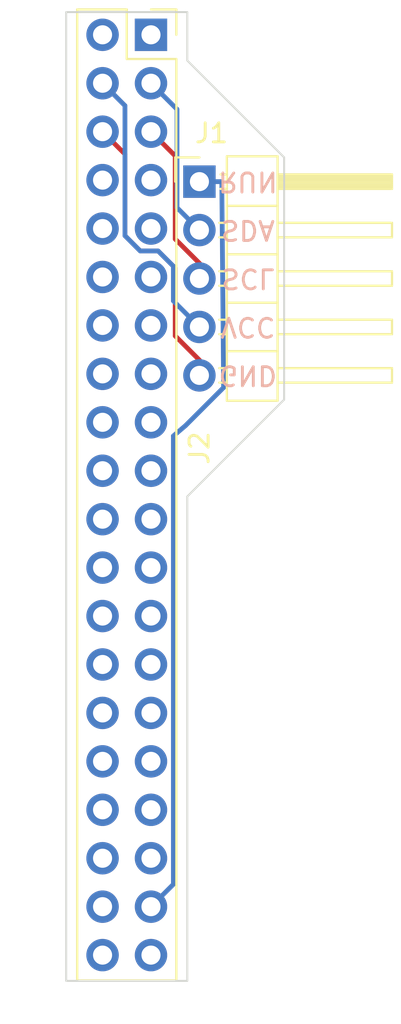
<source format=kicad_pcb>
(kicad_pcb (version 20171130) (host pcbnew 5.1.5)

  (general
    (thickness 1.6)
    (drawings 13)
    (tracks 33)
    (zones 0)
    (modules 2)
    (nets 41)
  )

  (page A4)
  (layers
    (0 F.Cu signal)
    (31 B.Cu signal)
    (32 B.Adhes user)
    (33 F.Adhes user)
    (34 B.Paste user)
    (35 F.Paste user)
    (36 B.SilkS user)
    (37 F.SilkS user)
    (38 B.Mask user)
    (39 F.Mask user)
    (40 Dwgs.User user)
    (41 Cmts.User user)
    (42 Eco1.User user)
    (43 Eco2.User user)
    (44 Edge.Cuts user)
    (45 Margin user)
    (46 B.CrtYd user)
    (47 F.CrtYd user)
    (48 B.Fab user)
    (49 F.Fab user)
  )

  (setup
    (last_trace_width 0.25)
    (trace_clearance 0.2)
    (zone_clearance 0.508)
    (zone_45_only no)
    (trace_min 0.2)
    (via_size 0.8)
    (via_drill 0.4)
    (via_min_size 0.4)
    (via_min_drill 0.3)
    (uvia_size 0.3)
    (uvia_drill 0.1)
    (uvias_allowed no)
    (uvia_min_size 0.2)
    (uvia_min_drill 0.1)
    (edge_width 0.05)
    (segment_width 0.2)
    (pcb_text_width 0.3)
    (pcb_text_size 1.5 1.5)
    (mod_edge_width 0.12)
    (mod_text_size 1 1)
    (mod_text_width 0.15)
    (pad_size 1.524 1.524)
    (pad_drill 0.762)
    (pad_to_mask_clearance 0.051)
    (solder_mask_min_width 0.25)
    (aux_axis_origin 0 0)
    (visible_elements FFFFFF7F)
    (pcbplotparams
      (layerselection 0x010fc_ffffffff)
      (usegerberextensions false)
      (usegerberattributes false)
      (usegerberadvancedattributes false)
      (creategerberjobfile false)
      (excludeedgelayer true)
      (linewidth 0.100000)
      (plotframeref false)
      (viasonmask false)
      (mode 1)
      (useauxorigin false)
      (hpglpennumber 1)
      (hpglpenspeed 20)
      (hpglpendiameter 15.000000)
      (psnegative false)
      (psa4output false)
      (plotreference true)
      (plotvalue true)
      (plotinvisibletext false)
      (padsonsilk false)
      (subtractmaskfromsilk false)
      (outputformat 1)
      (mirror false)
      (drillshape 1)
      (scaleselection 1)
      (outputdirectory ""))
  )

  (net 0 "")
  (net 1 Pi_Running)
  (net 2 SDA)
  (net 3 SCL)
  (net 4 VCC_Pi)
  (net 5 GND)
  (net 6 "Net-(J2-Pad1)")
  (net 7 "Net-(J2-Pad2)")
  (net 8 "Net-(J2-Pad7)")
  (net 9 "Net-(J2-Pad8)")
  (net 10 "Net-(J2-Pad9)")
  (net 11 "Net-(J2-Pad10)")
  (net 12 "Net-(J2-Pad11)")
  (net 13 "Net-(J2-Pad12)")
  (net 14 "Net-(J2-Pad13)")
  (net 15 "Net-(J2-Pad14)")
  (net 16 "Net-(J2-Pad15)")
  (net 17 "Net-(J2-Pad16)")
  (net 18 "Net-(J2-Pad17)")
  (net 19 "Net-(J2-Pad18)")
  (net 20 "Net-(J2-Pad19)")
  (net 21 "Net-(J2-Pad20)")
  (net 22 "Net-(J2-Pad21)")
  (net 23 "Net-(J2-Pad22)")
  (net 24 "Net-(J2-Pad23)")
  (net 25 "Net-(J2-Pad24)")
  (net 26 "Net-(J2-Pad25)")
  (net 27 "Net-(J2-Pad26)")
  (net 28 "Net-(J2-Pad27)")
  (net 29 "Net-(J2-Pad28)")
  (net 30 "Net-(J2-Pad29)")
  (net 31 "Net-(J2-Pad30)")
  (net 32 "Net-(J2-Pad31)")
  (net 33 "Net-(J2-Pad32)")
  (net 34 "Net-(J2-Pad33)")
  (net 35 "Net-(J2-Pad34)")
  (net 36 "Net-(J2-Pad35)")
  (net 37 "Net-(J2-Pad36)")
  (net 38 "Net-(J2-Pad38)")
  (net 39 "Net-(J2-Pad39)")
  (net 40 "Net-(J2-Pad40)")

  (net_class Default "Dies ist die voreingestellte Netzklasse."
    (clearance 0.2)
    (trace_width 0.25)
    (via_dia 0.8)
    (via_drill 0.4)
    (uvia_dia 0.3)
    (uvia_drill 0.1)
    (add_net GND)
    (add_net "Net-(J2-Pad1)")
    (add_net "Net-(J2-Pad10)")
    (add_net "Net-(J2-Pad11)")
    (add_net "Net-(J2-Pad12)")
    (add_net "Net-(J2-Pad13)")
    (add_net "Net-(J2-Pad14)")
    (add_net "Net-(J2-Pad15)")
    (add_net "Net-(J2-Pad16)")
    (add_net "Net-(J2-Pad17)")
    (add_net "Net-(J2-Pad18)")
    (add_net "Net-(J2-Pad19)")
    (add_net "Net-(J2-Pad2)")
    (add_net "Net-(J2-Pad20)")
    (add_net "Net-(J2-Pad21)")
    (add_net "Net-(J2-Pad22)")
    (add_net "Net-(J2-Pad23)")
    (add_net "Net-(J2-Pad24)")
    (add_net "Net-(J2-Pad25)")
    (add_net "Net-(J2-Pad26)")
    (add_net "Net-(J2-Pad27)")
    (add_net "Net-(J2-Pad28)")
    (add_net "Net-(J2-Pad29)")
    (add_net "Net-(J2-Pad30)")
    (add_net "Net-(J2-Pad31)")
    (add_net "Net-(J2-Pad32)")
    (add_net "Net-(J2-Pad33)")
    (add_net "Net-(J2-Pad34)")
    (add_net "Net-(J2-Pad35)")
    (add_net "Net-(J2-Pad36)")
    (add_net "Net-(J2-Pad38)")
    (add_net "Net-(J2-Pad39)")
    (add_net "Net-(J2-Pad40)")
    (add_net "Net-(J2-Pad7)")
    (add_net "Net-(J2-Pad8)")
    (add_net "Net-(J2-Pad9)")
    (add_net Pi_Running)
    (add_net SCL)
    (add_net SDA)
    (add_net VCC_Pi)
  )

  (module Connector_PinHeader_2.54mm:PinHeader_1x05_P2.54mm_Horizontal (layer F.Cu) (tedit 59FED5CB) (tstamp 5DD88CF7)
    (at 31.75 27.94)
    (descr "Through hole angled pin header, 1x05, 2.54mm pitch, 6mm pin length, single row")
    (tags "Through hole angled pin header THT 1x05 2.54mm single row")
    (path /5DD8D84A)
    (fp_text reference J1 (at 0.635 -2.54) (layer F.SilkS)
      (effects (font (size 1 1) (thickness 0.15)))
    )
    (fp_text value Conn_Pi (at 4.385 12.43) (layer F.Fab)
      (effects (font (size 1 1) (thickness 0.15)))
    )
    (fp_line (start 2.135 -1.27) (end 4.04 -1.27) (layer F.Fab) (width 0.1))
    (fp_line (start 4.04 -1.27) (end 4.04 11.43) (layer F.Fab) (width 0.1))
    (fp_line (start 4.04 11.43) (end 1.5 11.43) (layer F.Fab) (width 0.1))
    (fp_line (start 1.5 11.43) (end 1.5 -0.635) (layer F.Fab) (width 0.1))
    (fp_line (start 1.5 -0.635) (end 2.135 -1.27) (layer F.Fab) (width 0.1))
    (fp_line (start -0.32 -0.32) (end 1.5 -0.32) (layer F.Fab) (width 0.1))
    (fp_line (start -0.32 -0.32) (end -0.32 0.32) (layer F.Fab) (width 0.1))
    (fp_line (start -0.32 0.32) (end 1.5 0.32) (layer F.Fab) (width 0.1))
    (fp_line (start 4.04 -0.32) (end 10.04 -0.32) (layer F.Fab) (width 0.1))
    (fp_line (start 10.04 -0.32) (end 10.04 0.32) (layer F.Fab) (width 0.1))
    (fp_line (start 4.04 0.32) (end 10.04 0.32) (layer F.Fab) (width 0.1))
    (fp_line (start -0.32 2.22) (end 1.5 2.22) (layer F.Fab) (width 0.1))
    (fp_line (start -0.32 2.22) (end -0.32 2.86) (layer F.Fab) (width 0.1))
    (fp_line (start -0.32 2.86) (end 1.5 2.86) (layer F.Fab) (width 0.1))
    (fp_line (start 4.04 2.22) (end 10.04 2.22) (layer F.Fab) (width 0.1))
    (fp_line (start 10.04 2.22) (end 10.04 2.86) (layer F.Fab) (width 0.1))
    (fp_line (start 4.04 2.86) (end 10.04 2.86) (layer F.Fab) (width 0.1))
    (fp_line (start -0.32 4.76) (end 1.5 4.76) (layer F.Fab) (width 0.1))
    (fp_line (start -0.32 4.76) (end -0.32 5.4) (layer F.Fab) (width 0.1))
    (fp_line (start -0.32 5.4) (end 1.5 5.4) (layer F.Fab) (width 0.1))
    (fp_line (start 4.04 4.76) (end 10.04 4.76) (layer F.Fab) (width 0.1))
    (fp_line (start 10.04 4.76) (end 10.04 5.4) (layer F.Fab) (width 0.1))
    (fp_line (start 4.04 5.4) (end 10.04 5.4) (layer F.Fab) (width 0.1))
    (fp_line (start -0.32 7.3) (end 1.5 7.3) (layer F.Fab) (width 0.1))
    (fp_line (start -0.32 7.3) (end -0.32 7.94) (layer F.Fab) (width 0.1))
    (fp_line (start -0.32 7.94) (end 1.5 7.94) (layer F.Fab) (width 0.1))
    (fp_line (start 4.04 7.3) (end 10.04 7.3) (layer F.Fab) (width 0.1))
    (fp_line (start 10.04 7.3) (end 10.04 7.94) (layer F.Fab) (width 0.1))
    (fp_line (start 4.04 7.94) (end 10.04 7.94) (layer F.Fab) (width 0.1))
    (fp_line (start -0.32 9.84) (end 1.5 9.84) (layer F.Fab) (width 0.1))
    (fp_line (start -0.32 9.84) (end -0.32 10.48) (layer F.Fab) (width 0.1))
    (fp_line (start -0.32 10.48) (end 1.5 10.48) (layer F.Fab) (width 0.1))
    (fp_line (start 4.04 9.84) (end 10.04 9.84) (layer F.Fab) (width 0.1))
    (fp_line (start 10.04 9.84) (end 10.04 10.48) (layer F.Fab) (width 0.1))
    (fp_line (start 4.04 10.48) (end 10.04 10.48) (layer F.Fab) (width 0.1))
    (fp_line (start 1.44 -1.33) (end 1.44 11.49) (layer F.SilkS) (width 0.12))
    (fp_line (start 1.44 11.49) (end 4.1 11.49) (layer F.SilkS) (width 0.12))
    (fp_line (start 4.1 11.49) (end 4.1 -1.33) (layer F.SilkS) (width 0.12))
    (fp_line (start 4.1 -1.33) (end 1.44 -1.33) (layer F.SilkS) (width 0.12))
    (fp_line (start 4.1 -0.38) (end 10.1 -0.38) (layer F.SilkS) (width 0.12))
    (fp_line (start 10.1 -0.38) (end 10.1 0.38) (layer F.SilkS) (width 0.12))
    (fp_line (start 10.1 0.38) (end 4.1 0.38) (layer F.SilkS) (width 0.12))
    (fp_line (start 4.1 -0.32) (end 10.1 -0.32) (layer F.SilkS) (width 0.12))
    (fp_line (start 4.1 -0.2) (end 10.1 -0.2) (layer F.SilkS) (width 0.12))
    (fp_line (start 4.1 -0.08) (end 10.1 -0.08) (layer F.SilkS) (width 0.12))
    (fp_line (start 4.1 0.04) (end 10.1 0.04) (layer F.SilkS) (width 0.12))
    (fp_line (start 4.1 0.16) (end 10.1 0.16) (layer F.SilkS) (width 0.12))
    (fp_line (start 4.1 0.28) (end 10.1 0.28) (layer F.SilkS) (width 0.12))
    (fp_line (start 1.11 -0.38) (end 1.44 -0.38) (layer F.SilkS) (width 0.12))
    (fp_line (start 1.11 0.38) (end 1.44 0.38) (layer F.SilkS) (width 0.12))
    (fp_line (start 1.44 1.27) (end 4.1 1.27) (layer F.SilkS) (width 0.12))
    (fp_line (start 4.1 2.16) (end 10.1 2.16) (layer F.SilkS) (width 0.12))
    (fp_line (start 10.1 2.16) (end 10.1 2.92) (layer F.SilkS) (width 0.12))
    (fp_line (start 10.1 2.92) (end 4.1 2.92) (layer F.SilkS) (width 0.12))
    (fp_line (start 1.042929 2.16) (end 1.44 2.16) (layer F.SilkS) (width 0.12))
    (fp_line (start 1.042929 2.92) (end 1.44 2.92) (layer F.SilkS) (width 0.12))
    (fp_line (start 1.44 3.81) (end 4.1 3.81) (layer F.SilkS) (width 0.12))
    (fp_line (start 4.1 4.7) (end 10.1 4.7) (layer F.SilkS) (width 0.12))
    (fp_line (start 10.1 4.7) (end 10.1 5.46) (layer F.SilkS) (width 0.12))
    (fp_line (start 10.1 5.46) (end 4.1 5.46) (layer F.SilkS) (width 0.12))
    (fp_line (start 1.042929 4.7) (end 1.44 4.7) (layer F.SilkS) (width 0.12))
    (fp_line (start 1.042929 5.46) (end 1.44 5.46) (layer F.SilkS) (width 0.12))
    (fp_line (start 1.44 6.35) (end 4.1 6.35) (layer F.SilkS) (width 0.12))
    (fp_line (start 4.1 7.24) (end 10.1 7.24) (layer F.SilkS) (width 0.12))
    (fp_line (start 10.1 7.24) (end 10.1 8) (layer F.SilkS) (width 0.12))
    (fp_line (start 10.1 8) (end 4.1 8) (layer F.SilkS) (width 0.12))
    (fp_line (start 1.042929 7.24) (end 1.44 7.24) (layer F.SilkS) (width 0.12))
    (fp_line (start 1.042929 8) (end 1.44 8) (layer F.SilkS) (width 0.12))
    (fp_line (start 1.44 8.89) (end 4.1 8.89) (layer F.SilkS) (width 0.12))
    (fp_line (start 4.1 9.78) (end 10.1 9.78) (layer F.SilkS) (width 0.12))
    (fp_line (start 10.1 9.78) (end 10.1 10.54) (layer F.SilkS) (width 0.12))
    (fp_line (start 10.1 10.54) (end 4.1 10.54) (layer F.SilkS) (width 0.12))
    (fp_line (start 1.042929 9.78) (end 1.44 9.78) (layer F.SilkS) (width 0.12))
    (fp_line (start 1.042929 10.54) (end 1.44 10.54) (layer F.SilkS) (width 0.12))
    (fp_line (start -1.27 0) (end -1.27 -1.27) (layer F.SilkS) (width 0.12))
    (fp_line (start -1.27 -1.27) (end 0 -1.27) (layer F.SilkS) (width 0.12))
    (fp_line (start -1.8 -1.8) (end -1.8 11.95) (layer F.CrtYd) (width 0.05))
    (fp_line (start -1.8 11.95) (end 10.55 11.95) (layer F.CrtYd) (width 0.05))
    (fp_line (start 10.55 11.95) (end 10.55 -1.8) (layer F.CrtYd) (width 0.05))
    (fp_line (start 10.55 -1.8) (end -1.8 -1.8) (layer F.CrtYd) (width 0.05))
    (fp_text user %R (at 2.77 5.08 90) (layer F.Fab)
      (effects (font (size 1 1) (thickness 0.15)))
    )
    (pad 1 thru_hole rect (at 0 0) (size 1.7 1.7) (drill 1) (layers *.Cu *.Mask)
      (net 1 Pi_Running))
    (pad 2 thru_hole oval (at 0 2.54) (size 1.7 1.7) (drill 1) (layers *.Cu *.Mask)
      (net 2 SDA))
    (pad 3 thru_hole oval (at 0 5.08) (size 1.7 1.7) (drill 1) (layers *.Cu *.Mask)
      (net 3 SCL))
    (pad 4 thru_hole oval (at 0 7.62) (size 1.7 1.7) (drill 1) (layers *.Cu *.Mask)
      (net 4 VCC_Pi))
    (pad 5 thru_hole oval (at 0 10.16) (size 1.7 1.7) (drill 1) (layers *.Cu *.Mask)
      (net 5 GND))
    (model ${KISYS3DMOD}/Connector_PinHeader_2.54mm.3dshapes/PinHeader_1x05_P2.54mm_Horizontal.wrl
      (at (xyz 0 0 0))
      (scale (xyz 1 1 1))
      (rotate (xyz 0 0 0))
    )
  )

  (module Connector_PinSocket_2.54mm:PinSocket_2x20_P2.54mm_Vertical (layer F.Cu) (tedit 5A19A433) (tstamp 5DD89365)
    (at 29.21 20.240001)
    (descr "Through hole straight socket strip, 2x20, 2.54mm pitch, double cols (from Kicad 4.0.7), script generated")
    (tags "Through hole socket strip THT 2x20 2.54mm double row")
    (path /5DD8ED00)
    (fp_text reference J2 (at 2.54 21.669999 -90) (layer F.SilkS)
      (effects (font (size 1 1) (thickness 0.15)))
    )
    (fp_text value Raspberry_Pi_2_3 (at -1.27 51.03) (layer F.Fab)
      (effects (font (size 1 1) (thickness 0.15)))
    )
    (fp_line (start -3.81 -1.27) (end 0.27 -1.27) (layer F.Fab) (width 0.1))
    (fp_line (start 0.27 -1.27) (end 1.27 -0.27) (layer F.Fab) (width 0.1))
    (fp_line (start 1.27 -0.27) (end 1.27 49.53) (layer F.Fab) (width 0.1))
    (fp_line (start 1.27 49.53) (end -3.81 49.53) (layer F.Fab) (width 0.1))
    (fp_line (start -3.81 49.53) (end -3.81 -1.27) (layer F.Fab) (width 0.1))
    (fp_line (start -3.87 -1.33) (end -1.27 -1.33) (layer F.SilkS) (width 0.12))
    (fp_line (start -3.87 -1.33) (end -3.87 49.59) (layer F.SilkS) (width 0.12))
    (fp_line (start -3.87 49.59) (end 1.33 49.59) (layer F.SilkS) (width 0.12))
    (fp_line (start 1.33 1.27) (end 1.33 49.59) (layer F.SilkS) (width 0.12))
    (fp_line (start -1.27 1.27) (end 1.33 1.27) (layer F.SilkS) (width 0.12))
    (fp_line (start -1.27 -1.33) (end -1.27 1.27) (layer F.SilkS) (width 0.12))
    (fp_line (start 1.33 -1.33) (end 1.33 0) (layer F.SilkS) (width 0.12))
    (fp_line (start 0 -1.33) (end 1.33 -1.33) (layer F.SilkS) (width 0.12))
    (fp_line (start -4.34 -1.8) (end 1.76 -1.8) (layer F.CrtYd) (width 0.05))
    (fp_line (start 1.76 -1.8) (end 1.76 50) (layer F.CrtYd) (width 0.05))
    (fp_line (start 1.76 50) (end -4.34 50) (layer F.CrtYd) (width 0.05))
    (fp_line (start -4.34 50) (end -4.34 -1.8) (layer F.CrtYd) (width 0.05))
    (fp_text user %R (at -1.27 24.13 90) (layer F.Fab)
      (effects (font (size 1 1) (thickness 0.15)))
    )
    (pad 1 thru_hole rect (at 0 0) (size 1.7 1.7) (drill 1) (layers *.Cu *.Mask)
      (net 6 "Net-(J2-Pad1)"))
    (pad 2 thru_hole oval (at -2.54 0) (size 1.7 1.7) (drill 1) (layers *.Cu *.Mask)
      (net 7 "Net-(J2-Pad2)"))
    (pad 3 thru_hole oval (at 0 2.54) (size 1.7 1.7) (drill 1) (layers *.Cu *.Mask)
      (net 2 SDA))
    (pad 4 thru_hole oval (at -2.54 2.54) (size 1.7 1.7) (drill 1) (layers *.Cu *.Mask)
      (net 4 VCC_Pi))
    (pad 5 thru_hole oval (at 0 5.08) (size 1.7 1.7) (drill 1) (layers *.Cu *.Mask)
      (net 3 SCL))
    (pad 6 thru_hole oval (at -2.54 5.08) (size 1.7 1.7) (drill 1) (layers *.Cu *.Mask)
      (net 5 GND))
    (pad 7 thru_hole oval (at 0 7.62) (size 1.7 1.7) (drill 1) (layers *.Cu *.Mask)
      (net 8 "Net-(J2-Pad7)"))
    (pad 8 thru_hole oval (at -2.54 7.62) (size 1.7 1.7) (drill 1) (layers *.Cu *.Mask)
      (net 9 "Net-(J2-Pad8)"))
    (pad 9 thru_hole oval (at 0 10.16) (size 1.7 1.7) (drill 1) (layers *.Cu *.Mask)
      (net 10 "Net-(J2-Pad9)"))
    (pad 10 thru_hole oval (at -2.54 10.16) (size 1.7 1.7) (drill 1) (layers *.Cu *.Mask)
      (net 11 "Net-(J2-Pad10)"))
    (pad 11 thru_hole oval (at 0 12.7) (size 1.7 1.7) (drill 1) (layers *.Cu *.Mask)
      (net 12 "Net-(J2-Pad11)"))
    (pad 12 thru_hole oval (at -2.54 12.7) (size 1.7 1.7) (drill 1) (layers *.Cu *.Mask)
      (net 13 "Net-(J2-Pad12)"))
    (pad 13 thru_hole oval (at 0 15.24) (size 1.7 1.7) (drill 1) (layers *.Cu *.Mask)
      (net 14 "Net-(J2-Pad13)"))
    (pad 14 thru_hole oval (at -2.54 15.24) (size 1.7 1.7) (drill 1) (layers *.Cu *.Mask)
      (net 15 "Net-(J2-Pad14)"))
    (pad 15 thru_hole oval (at 0 17.78) (size 1.7 1.7) (drill 1) (layers *.Cu *.Mask)
      (net 16 "Net-(J2-Pad15)"))
    (pad 16 thru_hole oval (at -2.54 17.78) (size 1.7 1.7) (drill 1) (layers *.Cu *.Mask)
      (net 17 "Net-(J2-Pad16)"))
    (pad 17 thru_hole oval (at 0 20.32) (size 1.7 1.7) (drill 1) (layers *.Cu *.Mask)
      (net 18 "Net-(J2-Pad17)"))
    (pad 18 thru_hole oval (at -2.54 20.32) (size 1.7 1.7) (drill 1) (layers *.Cu *.Mask)
      (net 19 "Net-(J2-Pad18)"))
    (pad 19 thru_hole oval (at 0 22.86) (size 1.7 1.7) (drill 1) (layers *.Cu *.Mask)
      (net 20 "Net-(J2-Pad19)"))
    (pad 20 thru_hole oval (at -2.54 22.86) (size 1.7 1.7) (drill 1) (layers *.Cu *.Mask)
      (net 21 "Net-(J2-Pad20)"))
    (pad 21 thru_hole oval (at 0 25.4) (size 1.7 1.7) (drill 1) (layers *.Cu *.Mask)
      (net 22 "Net-(J2-Pad21)"))
    (pad 22 thru_hole oval (at -2.54 25.4) (size 1.7 1.7) (drill 1) (layers *.Cu *.Mask)
      (net 23 "Net-(J2-Pad22)"))
    (pad 23 thru_hole oval (at 0 27.94) (size 1.7 1.7) (drill 1) (layers *.Cu *.Mask)
      (net 24 "Net-(J2-Pad23)"))
    (pad 24 thru_hole oval (at -2.54 27.94) (size 1.7 1.7) (drill 1) (layers *.Cu *.Mask)
      (net 25 "Net-(J2-Pad24)"))
    (pad 25 thru_hole oval (at 0 30.48) (size 1.7 1.7) (drill 1) (layers *.Cu *.Mask)
      (net 26 "Net-(J2-Pad25)"))
    (pad 26 thru_hole oval (at -2.54 30.48) (size 1.7 1.7) (drill 1) (layers *.Cu *.Mask)
      (net 27 "Net-(J2-Pad26)"))
    (pad 27 thru_hole oval (at 0 33.02) (size 1.7 1.7) (drill 1) (layers *.Cu *.Mask)
      (net 28 "Net-(J2-Pad27)"))
    (pad 28 thru_hole oval (at -2.54 33.02) (size 1.7 1.7) (drill 1) (layers *.Cu *.Mask)
      (net 29 "Net-(J2-Pad28)"))
    (pad 29 thru_hole oval (at 0 35.56) (size 1.7 1.7) (drill 1) (layers *.Cu *.Mask)
      (net 30 "Net-(J2-Pad29)"))
    (pad 30 thru_hole oval (at -2.54 35.56) (size 1.7 1.7) (drill 1) (layers *.Cu *.Mask)
      (net 31 "Net-(J2-Pad30)"))
    (pad 31 thru_hole oval (at 0 38.1) (size 1.7 1.7) (drill 1) (layers *.Cu *.Mask)
      (net 32 "Net-(J2-Pad31)"))
    (pad 32 thru_hole oval (at -2.54 38.1) (size 1.7 1.7) (drill 1) (layers *.Cu *.Mask)
      (net 33 "Net-(J2-Pad32)"))
    (pad 33 thru_hole oval (at 0 40.64) (size 1.7 1.7) (drill 1) (layers *.Cu *.Mask)
      (net 34 "Net-(J2-Pad33)"))
    (pad 34 thru_hole oval (at -2.54 40.64) (size 1.7 1.7) (drill 1) (layers *.Cu *.Mask)
      (net 35 "Net-(J2-Pad34)"))
    (pad 35 thru_hole oval (at 0 43.18) (size 1.7 1.7) (drill 1) (layers *.Cu *.Mask)
      (net 36 "Net-(J2-Pad35)"))
    (pad 36 thru_hole oval (at -2.54 43.18) (size 1.7 1.7) (drill 1) (layers *.Cu *.Mask)
      (net 37 "Net-(J2-Pad36)"))
    (pad 37 thru_hole oval (at 0 45.72) (size 1.7 1.7) (drill 1) (layers *.Cu *.Mask)
      (net 1 Pi_Running))
    (pad 38 thru_hole oval (at -2.54 45.72) (size 1.7 1.7) (drill 1) (layers *.Cu *.Mask)
      (net 38 "Net-(J2-Pad38)"))
    (pad 39 thru_hole oval (at 0 48.26) (size 1.7 1.7) (drill 1) (layers *.Cu *.Mask)
      (net 39 "Net-(J2-Pad39)"))
    (pad 40 thru_hole oval (at -2.54 48.26) (size 1.7 1.7) (drill 1) (layers *.Cu *.Mask)
      (net 40 "Net-(J2-Pad40)"))
    (model ${KISYS3DMOD}/Connector_PinSocket_2.54mm.3dshapes/PinSocket_2x20_P2.54mm_Vertical.wrl
      (at (xyz 0 0 0))
      (scale (xyz 1 1 1))
      (rotate (xyz 0 0 0))
    )
  )

  (gr_text RUN (at 34.29 27.94 180) (layer B.SilkS) (tstamp 5DEF4E33)
    (effects (font (size 1 1) (thickness 0.15)) (justify mirror))
  )
  (gr_text GND (at 34.29 38.1 180) (layer B.SilkS) (tstamp 5DEF4CA6)
    (effects (font (size 1 1) (thickness 0.15)) (justify mirror))
  )
  (gr_text VCC (at 34.29 35.56 180) (layer B.SilkS) (tstamp 5DEF4CA3)
    (effects (font (size 1 1) (thickness 0.15)) (justify mirror))
  )
  (gr_text SCL (at 34.29 33.02 180) (layer B.SilkS) (tstamp 5DEF4CA0)
    (effects (font (size 1 1) (thickness 0.15)) (justify mirror))
  )
  (gr_text SDA (at 34.29 30.48 180) (layer B.SilkS)
    (effects (font (size 1 1) (thickness 0.15)) (justify mirror))
  )
  (gr_line (start 31.115 19.05) (end 31.115 21.59) (layer Edge.Cuts) (width 0.1))
  (gr_line (start 24.765 19.05) (end 31.115 19.05) (layer Edge.Cuts) (width 0.1))
  (gr_line (start 24.765 69.85) (end 24.765 19.05) (layer Edge.Cuts) (width 0.1))
  (gr_line (start 31.115 69.85) (end 24.765 69.85) (layer Edge.Cuts) (width 0.1))
  (gr_line (start 31.115 44.45) (end 31.115 69.85) (layer Edge.Cuts) (width 0.1))
  (gr_line (start 36.195 39.37) (end 31.115 44.45) (layer Edge.Cuts) (width 0.1))
  (gr_line (start 36.195 26.67) (end 36.195 39.37) (layer Edge.Cuts) (width 0.1))
  (gr_line (start 31.115 21.59) (end 36.195 26.67) (layer Edge.Cuts) (width 0.1))

  (segment (start 32.85 27.94) (end 31.75 27.94) (width 0.25) (layer B.Cu) (net 1))
  (segment (start 32.925001 28.015001) (end 32.85 27.94) (width 0.25) (layer B.Cu) (net 1))
  (segment (start 30.385001 64.785) (end 30.385001 41.275) (width 0.25) (layer B.Cu) (net 1))
  (segment (start 30.385001 41.275) (end 31.020001 40.734999) (width 0.25) (layer B.Cu) (net 1))
  (segment (start 29.21 65.960001) (end 30.385001 64.785) (width 0.25) (layer B.Cu) (net 1))
  (segment (start 31.020001 40.734999) (end 33.02 38.735) (width 0.25) (layer B.Cu) (net 1))
  (segment (start 33.02 38.735) (end 32.925001 28.015001) (width 0.25) (layer B.Cu) (net 1))
  (segment (start 30.059999 23.63) (end 29.21 22.780001) (width 0.25) (layer B.Cu) (net 2))
  (segment (start 30.574999 29.304999) (end 30.574999 24.145) (width 0.25) (layer B.Cu) (net 2))
  (segment (start 30.574999 24.145) (end 30.059999 23.63) (width 0.25) (layer B.Cu) (net 2))
  (segment (start 31.75 30.48) (end 30.574999 29.304999) (width 0.25) (layer B.Cu) (net 2))
  (segment (start 30.059999 26.17) (end 29.21 25.320001) (width 0.25) (layer F.Cu) (net 3))
  (segment (start 30.48 26.590001) (end 30.059999 26.17) (width 0.25) (layer F.Cu) (net 3))
  (segment (start 30.48 30.949002) (end 30.48 26.590001) (width 0.25) (layer F.Cu) (net 3))
  (segment (start 31.75 32.219002) (end 30.48 30.949002) (width 0.25) (layer F.Cu) (net 3))
  (segment (start 31.75 33.02) (end 31.75 32.219002) (width 0.25) (layer F.Cu) (net 3))
  (segment (start 27.845001 23.955002) (end 27.519999 23.63) (width 0.25) (layer B.Cu) (net 4))
  (segment (start 27.845001 30.774004) (end 27.845001 23.955002) (width 0.25) (layer B.Cu) (net 4))
  (segment (start 28.645999 31.575002) (end 27.845001 30.774004) (width 0.25) (layer B.Cu) (net 4))
  (segment (start 27.519999 23.63) (end 26.67 22.780001) (width 0.25) (layer B.Cu) (net 4))
  (segment (start 29.584003 31.575002) (end 28.645999 31.575002) (width 0.25) (layer B.Cu) (net 4))
  (segment (start 30.385001 32.376) (end 29.584003 31.575002) (width 0.25) (layer B.Cu) (net 4))
  (segment (start 30.385001 34.195001) (end 30.385001 32.376) (width 0.25) (layer B.Cu) (net 4))
  (segment (start 31.75 35.56) (end 30.385001 34.195001) (width 0.25) (layer B.Cu) (net 4))
  (segment (start 27.519999 26.17) (end 26.67 25.320001) (width 0.25) (layer F.Cu) (net 5))
  (segment (start 27.845001 30.774004) (end 27.845001 26.495002) (width 0.25) (layer F.Cu) (net 5))
  (segment (start 28.645999 31.575002) (end 27.845001 30.774004) (width 0.25) (layer F.Cu) (net 5))
  (segment (start 29.584003 31.575002) (end 28.645999 31.575002) (width 0.25) (layer F.Cu) (net 5))
  (segment (start 30.48 32.470999) (end 29.584003 31.575002) (width 0.25) (layer F.Cu) (net 5))
  (segment (start 27.845001 26.495002) (end 27.519999 26.17) (width 0.25) (layer F.Cu) (net 5))
  (segment (start 30.48 36.029002) (end 30.48 32.470999) (width 0.25) (layer F.Cu) (net 5))
  (segment (start 31.75 37.299002) (end 30.48 36.029002) (width 0.25) (layer F.Cu) (net 5))
  (segment (start 31.75 38.1) (end 31.75 37.299002) (width 0.25) (layer F.Cu) (net 5))

)

</source>
